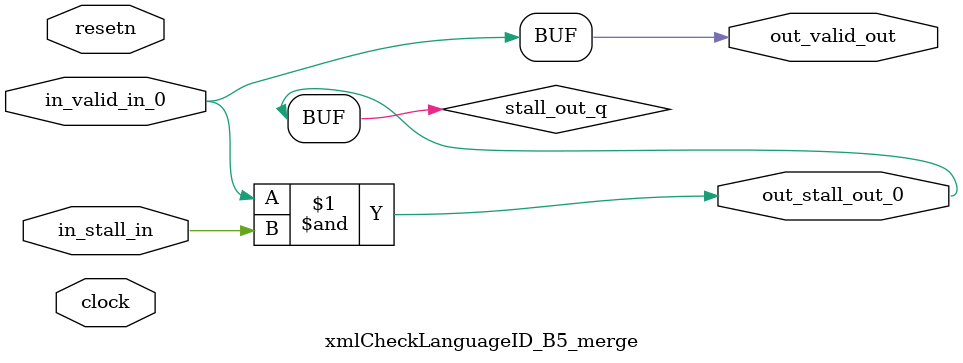
<source format=sv>



(* altera_attribute = "-name AUTO_SHIFT_REGISTER_RECOGNITION OFF; -name MESSAGE_DISABLE 10036; -name MESSAGE_DISABLE 10037; -name MESSAGE_DISABLE 14130; -name MESSAGE_DISABLE 14320; -name MESSAGE_DISABLE 15400; -name MESSAGE_DISABLE 14130; -name MESSAGE_DISABLE 10036; -name MESSAGE_DISABLE 12020; -name MESSAGE_DISABLE 12030; -name MESSAGE_DISABLE 12010; -name MESSAGE_DISABLE 12110; -name MESSAGE_DISABLE 14320; -name MESSAGE_DISABLE 13410; -name MESSAGE_DISABLE 113007; -name MESSAGE_DISABLE 10958" *)
module xmlCheckLanguageID_B5_merge (
    input wire [0:0] in_stall_in,
    input wire [0:0] in_valid_in_0,
    output wire [0:0] out_stall_out_0,
    output wire [0:0] out_valid_out,
    input wire clock,
    input wire resetn
    );

    wire [0:0] stall_out_q;


    // stall_out(LOGICAL,6)
    assign stall_out_q = in_valid_in_0 & in_stall_in;

    // out_stall_out_0(GPOUT,4)
    assign out_stall_out_0 = stall_out_q;

    // out_valid_out(GPOUT,5)
    assign out_valid_out = in_valid_in_0;

endmodule

</source>
